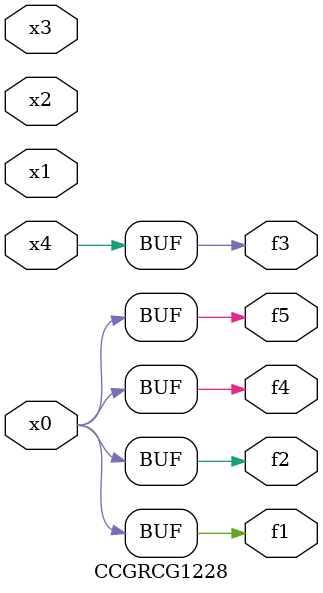
<source format=v>
module CCGRCG1228(
	input x0, x1, x2, x3, x4,
	output f1, f2, f3, f4, f5
);
	assign f1 = x0;
	assign f2 = x0;
	assign f3 = x4;
	assign f4 = x0;
	assign f5 = x0;
endmodule

</source>
